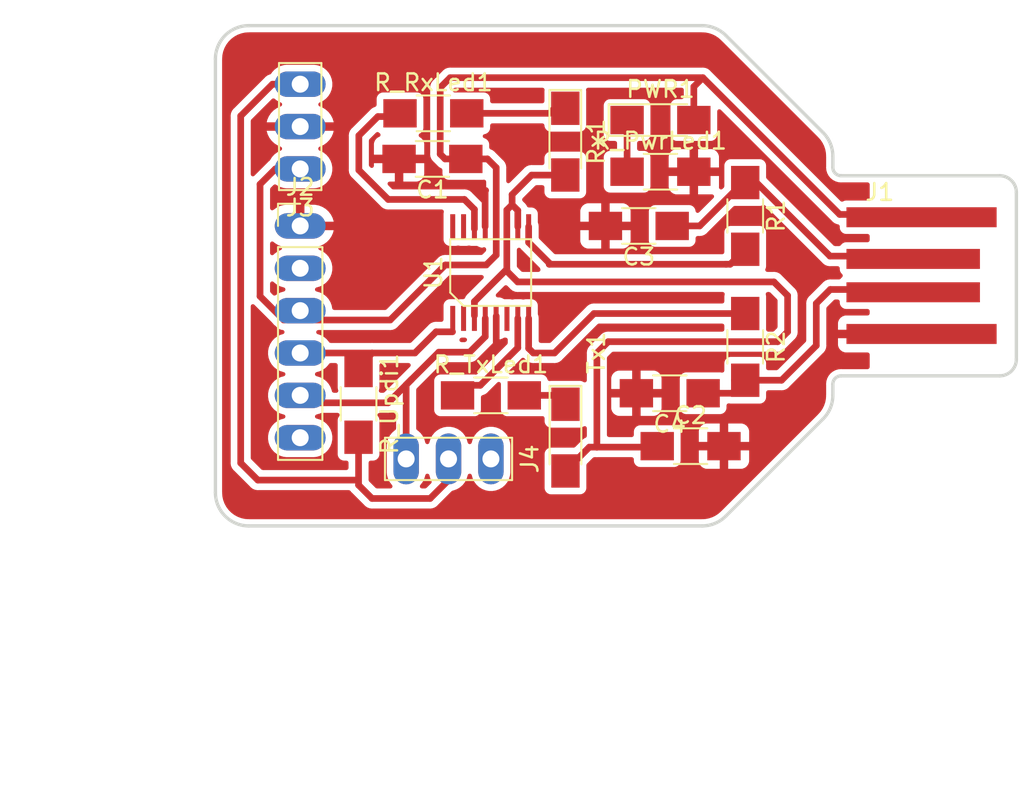
<source format=kicad_pcb>
(kicad_pcb (version 20211014) (generator pcbnew)
  (layers (0 "F.Cu" signal) (31 "B.Cu" signal) (34 "B.Paste" user) (35 "F.Paste" user) (36 "B.SilkS" user "B.Silkscreen") (37 "F.SilkS" user "F.Silkscreen") (38 "B.Mask" user) (39 "F.Mask" user) (44 "Edge.Cuts" user))
  (net 0 "")
  (net 1 "GND")
  (net 2 "+5V")
  (net 3 "VCCIO")
  (net 4 "Net-(C3-Pad1)")
  (net 5 "Net-(C4-Pad1)")
  (net 7 "TX")
  (net 8 "RX")
  (net 10 "D-")
  (net 11 "D+")
  (net 12 "Net-(R_RxLed1-Pad2)")
  (net 13 "RxLed")
  (net 14 "Net-(R_TxLed1-Pad2)")
  (net 15 "TxLed ")
  (net 20 "Net-(PWR1-Pad1)")
  (net 21 "Net-(J3-Pad3)")
  (footprint "Fab:PinHeader_1x03_P2.54mm_Vertical_THT_D1mm" (layer "F.Cu") (at 118.11 89.29072 180)
    (fp_text reference "J3" (at 0 -2.33) (layer "F.SilkS"))
    (fp_text value "Conn_PinHeader_1x03_P2.54mm_Vertical_THT_D1.4mm")
    (fp_line (start -1.27 -1.27) (end -1.27 6.35) (layer "F.SilkS") (width 0.12))
    (fp_line (start -1.27 -1.27) (end 1.27 -1.27) (layer "F.SilkS") (width 0.12))
    (fp_line (start -1.27 6.35) (end 1.27 6.35) (layer "F.SilkS") (width 0.12))
    (fp_line (start 1.27 -1.27) (end 1.27 6.35) (layer "F.SilkS") (width 0.12))
    (pad "1" thru_hole oval locked (at 0 0 180) (size 3.048 1.524) (drill 1.016) (layers *.Cu *.Mask) (net 2 "+5V"))
    (pad "2" thru_hole oval locked (at 0 2.54 180) (size 3.048 1.524) (drill 1.016) (layers *.Cu *.Mask) (net 1 "GND"))
    (pad "3" thru_hole oval locked (at 0 5.08 180) (size 3.048 1.524) (drill 1.016) (layers *.Cu *.Mask) (net 21 "Net-(J3-Pad3)"))
  )
  (footprint "Fab:R_1206" (layer "F.Cu") (at 144.78 99.963168 -90)
    (fp_text reference "R2" (at 0 -1.85 90) (layer "F.SilkS"))
    (fp_text value "49")
    (fp_line (start 1 1.07) (end -1 1.07) (layer "F.SilkS") (width 0.12))
    (fp_line (start -1 -1.07) (end 1 -1.07) (layer "F.SilkS") (width 0.12))
    (pad "1" smd rect locked (at -2 0 270) (size 2 1.7) (layers "F.Cu" "F.Paste" "F.Mask") (net 11 "D+"))
    (pad "2" smd rect locked (at 2 0 270) (size 2 1.7) (layers "F.Cu" "F.Paste" "F.Mask") (net 5 "Net-(C4-Pad1)"))
  )
  (footprint "Fab:R_1206" (layer "F.Cu") (at 144.78 92.10913 -90)
    (fp_text reference "R1" (at 0 -1.85 90) (layer "F.SilkS"))
    (fp_text value "49")
    (fp_line (start -1 -1.07) (end 1 -1.07) (layer "F.SilkS") (width 0.12))
    (fp_line (start 1 1.07) (end -1 1.07) (layer "F.SilkS") (width 0.12))
    (pad "1" smd rect locked (at -2 0 270) (size 2 1.7) (layers "F.Cu" "F.Paste" "F.Mask") (net 4 "Net-(C3-Pad1)"))
    (pad "2" smd rect locked (at 2 0 270) (size 2 1.7) (layers "F.Cu" "F.Paste" "F.Mask") (net 10 "D-"))
  )
  (footprint "Fab:R_1206" (layer "F.Cu") (at 139.7 89.460482)
    (fp_text reference "R_PwrLed1" (at 0 -1.85) (layer "F.SilkS"))
    (fp_text value "499")
    (fp_line (start 1 1.07) (end -1 1.07) (layer "F.SilkS") (width 0.12))
    (fp_line (start -1 -1.07) (end 1 -1.07) (layer "F.SilkS") (width 0.12))
    (pad "1" smd rect locked (at -2 0) (size 2 1.7) (layers "F.Cu" "F.Paste" "F.Mask") (net 20 "Net-(PWR1-Pad1)"))
    (pad "2" smd rect locked (at 2 0) (size 2 1.7) (layers "F.Cu" "F.Paste" "F.Mask") (net 1 "GND"))
  )
  (footprint "Fab:PinHeader_1x06_P2.54mm_Vertical_THT_D1.016mm" (layer "F.Cu") (at 118.11 92.71)
    (fp_text reference "J2" (at 0 -2.33) (layer "F.SilkS"))
    (fp_text value "Conn_01x06_Male")
    (fp_line (start -1.33 -1.33) (end 0 -1.33) (layer "F.SilkS") (width 0.12))
    (fp_line (start -1.33 14.03) (end 1.33 14.03) (layer "F.SilkS") (width 0.12))
    (fp_line (start -1.33 1.27) (end 1.33 1.27) (layer "F.SilkS") (width 0.12))
    (fp_line (start -1.33 1.27) (end -1.33 14.03) (layer "F.SilkS") (width 0.12))
    (fp_line (start -1.33 0) (end -1.33 -1.33) (layer "F.SilkS") (width 0.12))
    (fp_line (start 1.33 1.27) (end 1.33 14.03) (layer "F.SilkS") (width 0.12))
    (pad "1" thru_hole oval (at 0 0) (size 3.048 1.524) (drill 1.016) (layers *.Cu *.Mask) (net 1 "GND"))
    (pad "2" thru_hole oval (at 0 2.54) (size 3.048 1.524) (drill 1.016) (layers *.Cu *.Mask))
    (pad "3" thru_hole oval (at 0 5.08) (size 3.048 1.524) (drill 1.016) (layers *.Cu *.Mask) (net 2 "+5V"))
    (pad "4" thru_hole oval (at 0 7.62) (size 3.048 1.524) (drill 1.016) (layers *.Cu *.Mask) (net 7 "TX"))
    (pad "5" thru_hole oval (at 0 10.16) (size 3.048 1.524) (drill 1.016) (layers *.Cu *.Mask) (net 8 "RX"))
    (pad "6" thru_hole oval (at 0 12.7) (size 3.048 1.524) (drill 1.016) (layers *.Cu *.Mask))
  )
  (footprint "Fab:R_1206" (layer "F.Cu") (at 121.608023 103.381296 -90)
    (fp_text reference "R_Updi1" (at 0 -1.85 90) (layer "F.SilkS"))
    (fp_text value "4.7k")
    (fp_line (start -1 -1.07) (end 1 -1.07) (layer "F.SilkS") (width 0.12))
    (fp_line (start 1 1.07) (end -1 1.07) (layer "F.SilkS") (width 0.12))
    (pad "1" smd rect locked (at -2 0 270) (size 2 1.7) (layers "F.Cu" "F.Paste" "F.Mask") (net 7 "TX"))
    (pad "2" smd rect locked (at 2 0 270) (size 2 1.7) (layers "F.Cu" "F.Paste" "F.Mask") (net 21 "Net-(J3-Pad3)"))
  )
  (footprint "Fab:SSOP-16_3.9x4.9_P0.65mm" (layer "F.Cu") (at 129.525874 95.505503)
    (fp_text reference "U1" (at -3.425 0 90) (layer "F.SilkS"))
    (fp_text value "FT230XS")
    (fp_line (start 2.425 -2) (end 2.425 2) (layer "F.SilkS") (width 0.12))
    (fp_line (start -2.425 -2) (end 2.425 -2) (layer "F.SilkS") (width 0.12))
    (fp_line (start -2.425 1.2) (end -2.425 -2) (layer "F.SilkS") (width 0.12))
    (fp_line (start -1.625 2) (end -2.425 1.2) (layer "F.SilkS") (width 0.12))
    (fp_line (start 2.425 2) (end -1.625 2) (layer "F.SilkS") (width 0.12))
    (pad "1" smd rect locked (at -2.275 2.75) (size 0.3 1.5) (layers "F.Cu" "F.Paste" "F.Mask") (net 7 "TX"))
    (pad "2" smd rect locked (at -1.625 2.75) (size 0.3 1.5) (layers "F.Cu" "F.Paste" "F.Mask"))
    (pad "3" smd rect locked (at -0.975 2.75) (size 0.3 1.5) (layers "F.Cu" "F.Paste" "F.Mask") (net 3 "VCCIO"))
    (pad "4" smd rect locked (at -0.325 2.75) (size 0.3 1.5) (layers "F.Cu" "F.Paste" "F.Mask") (net 8 "RX"))
    (pad "5" smd rect locked (at 0.325 2.75) (size 0.3 1.5) (layers "F.Cu" "F.Paste" "F.Mask") (net 1 "GND"))
    (pad "6" smd rect locked (at 0.975 2.75) (size 0.3 1.5) (layers "F.Cu" "F.Paste" "F.Mask"))
    (pad "7" smd rect locked (at 1.625 2.75) (size 0.3 1.5) (layers "F.Cu" "F.Paste" "F.Mask") (net 15 "TxLed "))
    (pad "8" smd rect locked (at 2.275 2.75) (size 0.3 1.5) (layers "F.Cu" "F.Paste" "F.Mask") (net 11 "D+"))
    (pad "9" smd rect locked (at 2.275 -2.75) (size 0.3 1.5) (layers "F.Cu" "F.Paste" "F.Mask") (net 10 "D-"))
    (pad "10" smd rect locked (at 1.625 -2.75) (size 0.3 1.5) (layers "F.Cu" "F.Paste" "F.Mask") (net 3 "VCCIO"))
    (pad "11" smd rect locked (at 0.975 -2.75) (size 0.3 1.5) (layers "F.Cu" "F.Paste" "F.Mask") (net 3 "VCCIO"))
    (pad "12" smd rect locked (at 0.325 -2.75) (size 0.3 1.5) (layers "F.Cu" "F.Paste" "F.Mask") (net 2 "+5V"))
    (pad "13" smd rect locked (at -0.325 -2.75) (size 0.3 1.5) (layers "F.Cu" "F.Paste" "F.Mask") (net 1 "GND"))
    (pad "14" smd rect locked (at -0.975 -2.75) (size 0.3 1.5) (layers "F.Cu" "F.Paste" "F.Mask") (net 13 "RxLed"))
    (pad "15" smd rect locked (at -1.625 -2.75) (size 0.3 1.5) (layers "F.Cu" "F.Paste" "F.Mask"))
    (pad "16" smd rect locked (at -2.275 -2.75) (size 0.3 1.5) (layers "F.Cu" "F.Paste" "F.Mask"))
  )
  (footprint "Fab:R_1206" (layer "F.Cu") (at 126.09257 85.957607)
    (fp_text reference "R_RxLed1" (at 0 -1.85) (layer "F.SilkS"))
    (fp_text value "270")
    (fp_line (start 1 1.07) (end -1 1.07) (layer "F.SilkS") (width 0.12))
    (fp_line (start -1 -1.07) (end 1 -1.07) (layer "F.SilkS") (width 0.12))
    (pad "1" smd rect locked (at -2 0) (size 2 1.7) (layers "F.Cu" "F.Paste" "F.Mask") (net 13 "RxLed"))
    (pad "2" smd rect locked (at 2 0) (size 2 1.7) (layers "F.Cu" "F.Paste" "F.Mask") (net 12 "Net-(R_RxLed1-Pad2)"))
  )
  (footprint "Fab:Conn_USB_A_Plain" (layer "F.Cu") (at 154.846502 95.688695)
    (fp_text reference "J1" (at -2 -5 unlocked) (layer "F.SilkS"))
    (fp_text value "USB_A_BoardPlug")
    (pad "1" smd rect (at 0.5 -3.5) (size 9 1.2) (layers "F.Cu" "F.Paste" "F.Mask") (net 2 "+5V"))
    (pad "2" smd rect (at 0 -1) (size 8 1.2) (layers "F.Cu" "F.Paste" "F.Mask") (net 4 "Net-(C3-Pad1)"))
    (pad "3" smd rect (at 0 1) (size 8 1.2) (layers "F.Cu" "F.Paste" "F.Mask") (net 5 "Net-(C4-Pad1)"))
    (pad "4" smd rect (at 0.5 3.5) (size 9 1.2) (layers "F.Cu" "F.Paste" "F.Mask") (net 1 "GND"))
  )
  (footprint "Fab:LED_1206" (layer "F.Cu") (at 133.997965 87.65593 -90)
    (fp_text reference "Rx1" (at 0 -1.85 90) (layer "F.SilkS"))
    (fp_text value "LED")
    (fp_line (start -3.1 0.95) (end 1.6 0.95) (layer "F.SilkS") (width 0.12))
    (fp_line (start -3.1 -0.95) (end -3.1 0.95) (layer "F.SilkS") (width 0.12))
    (fp_line (start -3.1 -0.95) (end 1.6 -0.95) (layer "F.SilkS") (width 0.12))
    (pad "1" smd rect locked (at -2 0 270) (size 2 1.7) (layers "F.Cu" "F.Paste" "F.Mask") (net 12 "Net-(R_RxLed1-Pad2)"))
    (pad "2" smd rect locked (at 2 0 270) (size 2 1.7) (layers "F.Cu" "F.Paste" "F.Mask") (net 3 "VCCIO"))
  )
  (footprint "Fab:C_1206" (layer "F.Cu") (at 138.402894 92.71 180)
    (fp_text reference "C3" (at 0 -1.85) (layer "F.SilkS"))
    (fp_text value "10 pF")
    (fp_line (start 1 1.07) (end -1 1.07) (layer "F.SilkS") (width 0.12))
    (fp_line (start -1 -1.07) (end 1 -1.07) (layer "F.SilkS") (width 0.12))
    (pad "1" smd rect locked (at -2 0 180) (size 2 1.7) (layers "F.Cu" "F.Paste" "F.Mask") (net 4 "Net-(C3-Pad1)"))
    (pad "2" smd rect locked (at 2 0 180) (size 2 1.7) (layers "F.Cu" "F.Paste" "F.Mask") (net 1 "GND"))
  )
  (footprint "Fab:PinHeader_1x03_P2.54mm_Vertical_THT_D1mm" (layer "F.Cu") (at 129.54 106.68 -90)
    (fp_text reference "J4" (at 0 -2.33 90) (layer "F.SilkS"))
    (fp_text value "Conn_PinHeader_1x03_P2.54mm_Vertical_THT_D1.4mm")
    (fp_line (start -1.27 6.35) (end 1.27 6.35) (layer "F.SilkS") (width 0.12))
    (fp_line (start -1.27 -1.27) (end -1.27 6.35) (layer "F.SilkS") (width 0.12))
    (fp_line (start 1.27 -1.27) (end 1.27 6.35) (layer "F.SilkS") (width 0.12))
    (fp_line (start -1.27 -1.27) (end 1.27 -1.27) (layer "F.SilkS") (width 0.12))
    (pad "1" thru_hole oval (at 0 0 270) (size 3.048 1.524) (drill 1.016) (layers *.Cu *.Mask))
    (pad "2" thru_hole oval (at 0 2.54 270) (size 3.048 1.524) (drill 1.016) (layers *.Cu *.Mask) (net 21 "Net-(J3-Pad3)"))
    (pad "3" thru_hole oval (at 0 5.08 270) (size 3.048 1.524) (drill 1.016) (layers *.Cu *.Mask) (net 8 "RX"))
  )
  (footprint "Fab:LED_1206" (layer "F.Cu") (at 134.007965 105.403586 -90)
    (fp_text reference "Tx1" (at -5.08 -1.85 90) (layer "F.SilkS"))
    (fp_text value "LED")
    (fp_line (start -3.1 -0.95) (end 1.6 -0.95) (layer "F.SilkS") (width 0.12))
    (fp_line (start -3.1 -0.95) (end -3.1 0.95) (layer "F.SilkS") (width 0.12))
    (fp_line (start -3.1 0.95) (end 1.6 0.95) (layer "F.SilkS") (width 0.12))
    (pad "1" smd rect locked (at -2 0 270) (size 2 1.7) (layers "F.Cu" "F.Paste" "F.Mask") (net 14 "Net-(R_TxLed1-Pad2)"))
    (pad "2" smd rect locked (at 2 0 270) (size 2 1.7) (layers "F.Cu" "F.Paste" "F.Mask") (net 3 "VCCIO"))
  )
  (footprint "Fab:C_1206" (layer "F.Cu") (at 126.036078 88.691654 180)
    (fp_text reference "C1" (at 0 -1.85) (layer "F.SilkS"))
    (fp_text value "1 uF")
    (fp_line (start -1 -1.07) (end 1 -1.07) (layer "F.SilkS") (width 0.12))
    (fp_line (start 1 1.07) (end -1 1.07) (layer "F.SilkS") (width 0.12))
    (pad "1" smd rect locked (at -2 0 180) (size 2 1.7) (layers "F.Cu" "F.Paste" "F.Mask") (net 2 "+5V"))
    (pad "2" smd rect locked (at 2 0 180) (size 2 1.7) (layers "F.Cu" "F.Paste" "F.Mask") (net 1 "GND"))
  )
  (footprint "Fab:LED_1206" (layer "F.Cu") (at 139.7 86.36)
    (fp_text reference "PWR1" (at 0 -1.85) (layer "F.SilkS"))
    (fp_text value "LED")
    (fp_line (start -3.1 -0.95) (end 1.6 -0.95) (layer "F.SilkS") (width 0.12))
    (fp_line (start -3.1 -0.95) (end -3.1 0.95) (layer "F.SilkS") (width 0.12))
    (fp_line (start -3.1 0.95) (end 1.6 0.95) (layer "F.SilkS") (width 0.12))
    (pad "1" smd rect locked (at -2 0) (size 2 1.7) (layers "F.Cu" "F.Paste" "F.Mask") (net 20 "Net-(PWR1-Pad1)"))
    (pad "2" smd rect locked (at 2 0) (size 2 1.7) (layers "F.Cu" "F.Paste" "F.Mask") (net 2 "+5V"))
  )
  (footprint "Fab:R_1206" (layer "F.Cu") (at 129.54 102.87)
    (fp_text reference "R_TxLed1" (at 0 -1.85) (layer "F.SilkS"))
    (fp_text value "270")
    (fp_line (start -1 -1.07) (end 1 -1.07) (layer "F.SilkS") (width 0.12))
    (fp_line (start 1 1.07) (end -1 1.07) (layer "F.SilkS") (width 0.12))
    (pad "1" smd rect locked (at -2 0) (size 2 1.7) (layers "F.Cu" "F.Paste" "F.Mask") (net 15 "TxLed "))
    (pad "2" smd rect locked (at 2 0) (size 2 1.7) (layers "F.Cu" "F.Paste" "F.Mask") (net 14 "Net-(R_TxLed1-Pad2)"))
  )
  (footprint "Fab:C_1206" (layer "F.Cu") (at 141.506831 105.915176)
    (fp_text reference "C2" (at 0 -1.85) (layer "F.SilkS"))
    (fp_text value "1 uF")
    (fp_line (start -1 -1.07) (end 1 -1.07) (layer "F.SilkS") (width 0.12))
    (fp_line (start 1 1.07) (end -1 1.07) (layer "F.SilkS") (width 0.12))
    (pad "1" smd rect locked (at -2 0) (size 2 1.7) (layers "F.Cu" "F.Paste" "F.Mask") (net 3 "VCCIO"))
    (pad "2" smd rect locked (at 2 0) (size 2 1.7) (layers "F.Cu" "F.Paste" "F.Mask") (net 1 "GND"))
  )
  (footprint "Fab:C_1206" (layer "F.Cu") (at 140.25776 102.742896 180)
    (fp_text reference "C4" (at 0 -1.85) (layer "F.SilkS"))
    (fp_text value "10 pF")
    (fp_line (start -1 -1.07) (end 1 -1.07) (layer "F.SilkS") (width 0.12))
    (fp_line (start 1 1.07) (end -1 1.07) (layer "F.SilkS") (width 0.12))
    (pad "1" smd rect locked (at -2 0 180) (size 2 1.7) (layers "F.Cu" "F.Paste" "F.Mask") (net 5 "Net-(C4-Pad1)"))
    (pad "2" smd rect locked (at 2 0 180) (size 2 1.7) (layers "F.Cu" "F.Paste" "F.Mask") (net 1 "GND"))
  )
  (gr_arc (start 149.444214 87.112641) (mid 149.877759 87.761487) (end 150.03 88.526854) (layer "Edge.Cuts") (width 0.2))
  (gr_arc (start 142.201573 80.698427) (mid 142.96694 80.850668) (end 143.615786 81.284213) (layer "Edge.Cuts") (width 0.2))
  (gr_arc (start 150.53 89.698427) (mid 150.176447 89.55198) (end 150.03 89.198427) (layer "Edge.Cuts") (width 0.2))
  (gr_arc (start 115.03 110.698427) (mid 113.615786 110.112641) (end 113.03 108.698427) (layer "Edge.Cuts") (width 0.2))
  (gr_line (start 160.03 89.698427) (end 150.53 89.698427) (layer "Edge.Cuts") (width 0.2))
  (gr_arc (start 161.03 100.698427) (mid 160.737107 101.405534) (end 160.03 101.698427) (layer "Edge.Cuts") (width 0.2))
  (gr_line (start 115.03 110.698427) (end 142.201573 110.698427) (layer "Edge.Cuts") (width 0.2))
  (gr_arc (start 113.03 82.698427) (mid 113.615786 81.284213) (end 115.03 80.698427) (layer "Edge.Cuts") (width 0.2))
  (gr_line (start 150.53 101.698427) (end 160.03 101.698427) (layer "Edge.Cuts") (width 0.2))
  (gr_line (start 150.03 102.87) (end 150.03 102.198427) (layer "Edge.Cuts") (width 0.2))
  (gr_line (start 143.615786 110.112641) (end 149.444214 104.284213) (layer "Edge.Cuts") (width 0.2))
  (gr_line (start 142.201573 80.698427) (end 115.03 80.698427) (layer "Edge.Cuts") (width 0.2))
  (gr_line (start 150.03 89.198427) (end 150.03 88.526854) (layer "Edge.Cuts") (width 0.2))
  (gr_arc (start 150.03 102.87) (mid 149.877759 103.635367) (end 149.444214 104.284213) (layer "Edge.Cuts") (width 0.2))
  (gr_arc (start 150.03 102.198427) (mid 150.176447 101.844874) (end 150.53 101.698427) (layer "Edge.Cuts") (width 0.2))
  (gr_arc (start 160.03 89.698427) (mid 160.737107 89.99132) (end 161.03 90.698427) (layer "Edge.Cuts") (width 0.2))
  (gr_arc (start 143.615786 110.112641) (mid 142.96694 110.546186) (end 142.201573 110.698427) (layer "Edge.Cuts") (width 0.2))
  (gr_line (start 161.03 100.698427) (end 161.03 90.698427) (layer "Edge.Cuts") (width 0.2))
  (gr_line (start 149.444214 87.112641) (end 143.615786 81.284213) (layer "Edge.Cuts") (width 0.2))
  (gr_line (start 113.03 82.698427) (end 113.03 108.698427) (layer "Edge.Cuts") (width 0.2))
  (segment (start 129.19225 92.746879) (end 129.19225 90.61275) (width 0.4) (layer "F.Cu") (net 1))
  (segment (start 129.19225 90.61275) (end 129.2225 90.5825) (width 0.4) (layer "F.Cu") (net 1))
  (segment (start 155.44 99.02) (end 151.515374 99.02) (width 0.4) (layer "F.Cu") (net 1))
  (segment (start 129.8575 98.12) (end 129.8575 99.833454) (width 0.4) (layer "F.Cu") (net 1))
  (segment (start 129.8575 99.833454) (end 128.764136 100.926818) (width 0.4) (layer "F.Cu") (net 1))
  (segment (start 123.502286 98.351714) (end 126.802 95.052) (width 0.4) (layer "F.Cu") (net 2))
  (segment (start 129.8575 89.2175) (end 129.331654 88.691654) (width 0.4) (layer "F.Cu") (net 2))
  (segment (start 126.791654 88.691654) (end 128.036078 88.691654) (width 0.4) (layer "F.Cu") (net 2))
  (segment (start 142.24 83.82) (end 141.7 84.36) (width 0.4) (layer "F.Cu") (net 2))
  (segment (start 157.98 92.02) (end 150.44 92.02) (width 0.4) (layer "F.Cu") (net 2))
  (segment (start 115.704458 96.927506) (end 117.128666 98.351714) (width 0.4) (layer "F.Cu") (net 2))
  (segment (start 150.44 92.02) (end 142.24 83.82) (width 0.4) (layer "F.Cu") (net 2))
  (segment (start 127.097732 83.82) (end 142.24 83.82) (width 0.4) (layer "F.Cu") (net 2))
  (segment (start 126.802 95.052) (end 129.258748 95.052) (width 0.4) (layer "F.Cu") (net 2))
  (segment (start 126.500848 84.416884) (end 127.097732 83.82) (width 0.4) (layer "F.Cu") (net 2))
  (segment (start 129.331654 88.691654) (end 128.036078 88.691654) (width 0.4) (layer "F.Cu") (net 2))
  (segment (start 129.258748 95.052) (end 129.8575 94.453248) (width 0.4) (layer "F.Cu") (net 2))
  (segment (start 116.624475 89.29072) (end 115.704458 90.210737) (width 0.4) (layer "F.Cu") (net 2))
  (segment (start 126.500848 88.400848) (end 126.791654 88.691654) (width 0.4) (layer "F.Cu") (net 2))
  (segment (start 126.500848 88.400848) (end 126.500848 84.416884) (width 0.4) (layer "F.Cu") (net 2))
  (segment (start 117.860923 89.29072) (end 116.624475 89.29072) (width 0.4) (layer "F.Cu") (net 2))
  (segment (start 117.128666 98.351714) (end 123.502286 98.351714) (width 0.4) (layer "F.Cu") (net 2))
  (segment (start 115.704458 90.210737) (end 115.704458 96.927506) (width 0.4) (layer "F.Cu") (net 2))
  (segment (start 141.7 84.36) (end 141.7 86.36) (width 0.4) (layer "F.Cu") (net 2))
  (segment (start 129.8575 94.453248) (end 129.8575 89.2175) (width 0.4) (layer "F.Cu") (net 2))
  (segment (start 131.142863 96.068369) (end 146.501631 96.068369) (width 0.4) (layer "F.Cu") (net 3))
  (segment (start 147.32 99.06) (end 146.729303 99.650697) (width 0.4) (layer "F.Cu") (net 3))
  (segment (start 131.977019 89.662344) (end 130.81 90.829363) (width 0.4) (layer "F.Cu") (net 3))
  (segment (start 130.4925 95.303516) (end 130.4925 91.7575) (width 0.4) (layer "F.Cu") (net 3))
  (segment (start 131.150874 91.780874) (end 130.81 91.44) (width 0.4) (layer "F.Cu") (net 3))
  (segment (start 147.32 96.886738) (end 147.32 99.06) (width 0.4) (layer "F.Cu") (net 3))
  (segment (start 131.150874 92.755503) (end 131.150874 91.780874) (width 0.4) (layer "F.Cu") (net 3))
  (segment (start 128.550874 97.245142) (end 130.4925 95.303516) (width 0.4) (layer "F.Cu") (net 3))
  (segment (start 128.550874 98.083374) (end 128.550874 97.245142) (width 0.4) (layer "F.Cu") (net 3))
  (segment (start 130.81 90.829363) (end 130.81 91.44) (width 0.4) (layer "F.Cu") (net 3))
  (segment (start 135.89 100.33) (end 135.89 105.973364) (width 0.4) (layer "F.Cu") (net 3))
  (segment (start 133.35 89.662344) (end 131.977019 89.662344) (width 0.4) (layer "F.Cu") (net 3))
  (segment (start 146.501631 96.068369) (end 147.32 96.886738) (width 0.4) (layer "F.Cu") (net 3))
  (segment (start 136.569303 99.650697) (end 135.89 100.33) (width 0.4) (layer "F.Cu") (net 3))
  (segment (start 130.4925 95.303516) (end 130.4925 95.418006) (width 0.4) (layer "F.Cu") (net 3))
  (segment (start 146.729303 99.650697) (end 136.569303 99.650697) (width 0.4) (layer "F.Cu") (net 3))
  (segment (start 130.4925 91.7575) (end 130.81 91.44) (width 0.4) (layer "F.Cu") (net 3))
  (segment (start 138.9675 105.973364) (end 138.97 105.970864) (width 0.4) (layer "F.Cu") (net 3))
  (segment (start 135.438187 105.973364) (end 134.007965 107.403586) (width 0.4) (layer "F.Cu") (net 3))
  (segment (start 135.89 105.973364) (end 135.438187 105.973364) (width 0.4) (layer "F.Cu") (net 3))
  (segment (start 130.4925 95.418006) (end 131.142863 96.068369) (width 0.4) (layer "F.Cu") (net 3))
  (segment (start 135.89 105.973364) (end 138.9675 105.973364) (width 0.4) (layer "F.Cu") (net 3))
  (segment (start 149.86 94.52) (end 157.48 94.52) (width 0.4) (layer "F.Cu") (net 4))
  (segment (start 142.05 92.71) (end 144.65087 90.10913) (width 0.4) (layer "F.Cu") (net 4))
  (segment (start 140.43 92.71) (end 142.05 92.71) (width 0.4) (layer "F.Cu") (net 4))
  (segment (start 145.44913 90.10913) (end 149.86 94.52) (width 0.4) (layer "F.Cu") (net 4))
  (segment (start 144.65087 90.10913) (end 145.44913 90.10913) (width 0.4) (layer "F.Cu") (net 4))
  (segment (start 144.78 101.963168) (end 144.78 101.6) (width 0.4) (layer "F.Cu") (net 5))
  (segment (start 149.876859 96.52) (end 157.48 96.52) (width 0.4) (layer "F.Cu") (net 5))
  (segment (start 144.000272 102.742896) (end 144.78 101.963168) (width 0.4) (layer "F.Cu") (net 5))
  (segment (start 144.128442 101.963168) (end 146.956832 101.963168) (width 0.4) (layer "F.Cu") (net 5))
  (segment (start 149.038582 99.881418) (end 149.038582 97.358277) (width 0.4) (layer "F.Cu") (net 5))
  (segment (start 142.25776 102.742896) (end 144.000272 102.742896) (width 0.4) (layer "F.Cu") (net 5))
  (segment (start 149.038582 97.358277) (end 149.876859 96.52) (width 0.4) (layer "F.Cu") (net 5))
  (segment (start 146.956832 101.963168) (end 149.038582 99.881418) (width 0.4) (layer "F.Cu") (net 5))
  (segment (start 126.254471 99.06) (end 127.237889 99.06) (width 0.4) (layer "F.Cu") (net 7))
  (segment (start 122.402515 100.33) (end 121.580371 101.152144) (width 0.4) (layer "F.Cu") (net 7))
  (segment (start 122.431686 100.33) (end 124.984471 100.33) (width 0.4) (layer "F.Cu") (net 7))
  (segment (start 121.580371 101.152144) (end 121.580371 101.634659) (width 0.4) (layer "F.Cu") (net 7))
  (segment (start 121.829833 100.931853) (end 122.431686 100.33) (width 0.4) (layer "F.Cu") (net 7))
  (segment (start 117.860923 100.33) (end 122.402515 100.33) (width 0.4) (layer "F.Cu") (net 7))
  (segment (start 124.984471 100.33) (end 126.254471 99.06) (width 0.4) (layer "F.Cu") (net 7))
  (segment (start 118.307649 103.316726) (end 123.379823 103.316726) (width 0.4) (layer "F.Cu") (net 8))
  (segment (start 128.264949 100.28045) (end 129.200874 99.344525) (width 0.4) (layer "F.Cu") (net 8))
  (segment (start 124.778275 101.918275) (end 126.416099 100.28045) (width 0.4) (layer "F.Cu") (net 8))
  (segment (start 124.46 102.23655) (end 124.778275 101.918275) (width 0.4) (layer "F.Cu") (net 8))
  (segment (start 129.200874 99.344525) (end 129.200874 98.255503) (width 0.4) (layer "F.Cu") (net 8))
  (segment (start 126.416099 100.28045) (end 128.264949 100.28045) (width 0.4) (layer "F.Cu") (net 8))
  (segment (start 123.379823 103.316726) (end 124.778275 101.918275) (width 0.4) (layer "F.Cu") (net 8))
  (segment (start 124.46 106.68) (end 124.46 102.23655) (width 0.4) (layer "F.Cu") (net 8))
  (segment (start 117.860923 102.87) (end 118.307649 103.316726) (width 0.4) (layer "F.Cu") (net 8))
  (segment (start 143.619816 95.006752) (end 143.882378 95.006752) (width 0.4) (layer "F.Cu") (net 10))
  (segment (start 143.882378 95.006752) (end 144.78 94.10913) (width 0.4) (layer "F.Cu") (net 10))
  (segment (start 133.034306 94.934306) (end 133.034306 95.008643) (width 0.4) (layer "F.Cu") (net 10))
  (segment (start 131.800874 92.755503) (end 131.800874 93.700874) (width 0.4) (layer "F.Cu") (net 10))
  (segment (start 131.800874 93.700874) (end 133.034306 94.934306) (width 0.4) (layer "F.Cu") (net 10))
  (segment (start 133.034306 95.008643) (end 143.642148 95.008643) (width 0.4) (layer "F.Cu") (net 10))
  (segment (start 131.800874 100.050874) (end 131.800874 98.255503) (width 0.4) (layer "F.Cu") (net 11))
  (segment (start 132.08 100.33) (end 131.800874 100.050874) (width 0.4) (layer "F.Cu") (net 11))
  (segment (start 144.128442 97.963168) (end 135.716832 97.963168) (width 0.4) (layer "F.Cu") (net 11))
  (segment (start 133.35 100.33) (end 132.08 100.33) (width 0.4) (layer "F.Cu") (net 11))
  (segment (start 135.716832 97.963168) (end 133.35 100.33) (width 0.4) (layer "F.Cu") (net 11))
  (segment (start 133.054737 85.957607) (end 133.35 85.662344) (width 0.4) (layer "F.Cu") (net 12))
  (segment (start 128.09257 85.957607) (end 133.054737 85.957607) (width 0.4) (layer "F.Cu") (net 12))
  (segment (start 121.625465 89.361041) (end 121.625465 87.292565) (width 0.4) (layer "F.Cu") (net 13))
  (segment (start 123.385783 91.121359) (end 121.625465 89.361041) (width 0.4) (layer "F.Cu") (net 13))
  (segment (start 128.550874 92.883374) (end 128.550874 91.720874) (width 0.4) (layer "F.Cu") (net 13))
  (segment (start 121.625465 87.292565) (end 122.766376 86.151654) (width 0.4) (layer "F.Cu") (net 13))
  (segment (start 128.550874 91.720874) (end 127.951359 91.121359) (width 0.4) (layer "F.Cu") (net 13))
  (segment (start 127.951359 91.121359) (end 123.385783 91.121359) (width 0.4) (layer "F.Cu") (net 13))
  (segment (start 122.766376 86.151654) (end 123.866693 86.151654) (width 0.4) (layer "F.Cu") (net 13))
  (segment (start 133.474379 102.87) (end 134.007965 103.403586) (width 0.4) (layer "F.Cu") (net 14))
  (segment (start 131.54 102.87) (end 133.474379 102.87) (width 0.4) (layer "F.Cu") (net 14))
  (segment (start 131.150874 100.019719) (end 131.150874 98.255503) (width 0.4) (layer "F.Cu") (net 15))
  (segment (start 128.144128 102.265872) (end 127.54 102.87) (width 0.4) (layer "F.Cu") (net 15))
  (segment (start 128.904721 102.265872) (end 131.150874 100.019719) (width 0.4) (layer "F.Cu") (net 15))
  (segment (start 128.904721 102.265872) (end 128.144128 102.265872) (width 0.4) (layer "F.Cu") (net 15))
  (segment (start 137.7 86.36) (end 137.7 89.460482) (width 0.4) (layer "F.Cu") (net 20))
  (segment (start 115.57 107.95) (end 121.514334 107.95) (width 0.4) (layer "F.Cu") (net 21))
  (segment (start 122.413164 109.053749) (end 121.608023 108.248608) (width 0.4) (layer "F.Cu") (net 21))
  (segment (start 118.11 84.21072) (end 116.44928 84.21072) (width 0.4) (layer "F.Cu") (net 21))
  (segment (start 114.545656 86.114344) (end 114.545656 106.925656) (width 0.4) (layer "F.Cu") (net 21))
  (segment (start 127 107.95) (end 125.896251 109.053749) (width 0.4) (layer "F.Cu") (net 21))
  (segment (start 125.896251 109.053749) (end 122.413164 109.053749) (width 0.4) (layer "F.Cu") (net 21))
  (segment (start 127 106.68) (end 127 107.95) (width 0.4) (layer "F.Cu") (net 21))
  (segment (start 114.545656 106.925656) (end 115.57 107.95) (width 0.4) (layer "F.Cu") (net 21))
  (segment (start 121.608023 108.248608) (end 121.608023 105.381296) (width 0.4) (layer "F.Cu") (net 21))
  (segment (start 116.44928 84.21072) (end 114.545656 86.114344) (width 0.4) (layer "F.Cu") (net 21))
  (zone (net 1) (net_name "GND") (layer "F.Cu") (connect_pads (clearance 0.4)) (min_thickness 0.257) (fill yes (thermal_gap 0.508) (thermal_bridge_width 0.508) (island_removal_mode 1) (island_area_min 0))
    (polygon (pts (xy 151.13 80.01) (xy 152.4 80.01) (xy 152.239874 89.228837) (xy 152.239874 101.928837) (xy 152.4 110.49) (xy 143.51 110.49) (xy 128.27 110.49) (xy 113.03 110.49) (xy 113.03 104.468837) (xy 113.03 86.688837) (xy 113.03 80.01) (xy 130.81 80.01) (xy 142.24 80.01)))
  )
)
</source>
